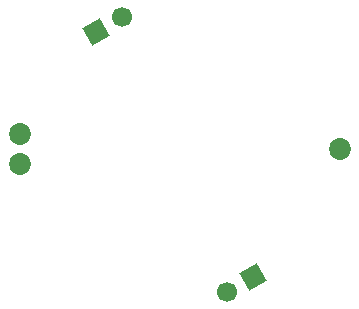
<source format=gts>
G04 #@! TF.GenerationSoftware,KiCad,Pcbnew,7.0.5-0*
G04 #@! TF.CreationDate,2023-10-10T23:47:46-04:00*
G04 #@! TF.ProjectId,batterymodule,62617474-6572-4796-9d6f-64756c652e6b,rev?*
G04 #@! TF.SameCoordinates,Original*
G04 #@! TF.FileFunction,Soldermask,Top*
G04 #@! TF.FilePolarity,Negative*
%FSLAX46Y46*%
G04 Gerber Fmt 4.6, Leading zero omitted, Abs format (unit mm)*
G04 Created by KiCad (PCBNEW 7.0.5-0) date 2023-10-10 23:47:46*
%MOMM*%
%LPD*%
G01*
G04 APERTURE LIST*
G04 Aperture macros list*
%AMHorizOval*
0 Thick line with rounded ends*
0 $1 width*
0 $2 $3 position (X,Y) of the first rounded end (center of the circle)*
0 $4 $5 position (X,Y) of the second rounded end (center of the circle)*
0 Add line between two ends*
20,1,$1,$2,$3,$4,$5,0*
0 Add two circle primitives to create the rounded ends*
1,1,$1,$2,$3*
1,1,$1,$4,$5*%
%AMRotRect*
0 Rectangle, with rotation*
0 The origin of the aperture is its center*
0 $1 length*
0 $2 width*
0 $3 Rotation angle, in degrees counterclockwise*
0 Add horizontal line*
21,1,$1,$2,0,0,$3*%
G04 Aperture macros list end*
%ADD10C,1.854000*%
%ADD11RotRect,1.700000X1.700000X120.000000*%
%ADD12HorizOval,1.700000X0.000000X0.000000X0.000000X0.000000X0*%
%ADD13RotRect,1.700000X1.700000X300.000000*%
%ADD14HorizOval,1.700000X0.000000X0.000000X0.000000X0.000000X0*%
G04 APERTURE END LIST*
D10*
X132500000Y-125750000D03*
X132500000Y-128250000D03*
X159600000Y-127000000D03*
D11*
X138972122Y-117103026D03*
D12*
X141171826Y-115833026D03*
D13*
X152229852Y-137795000D03*
D14*
X150030148Y-139065000D03*
M02*

</source>
